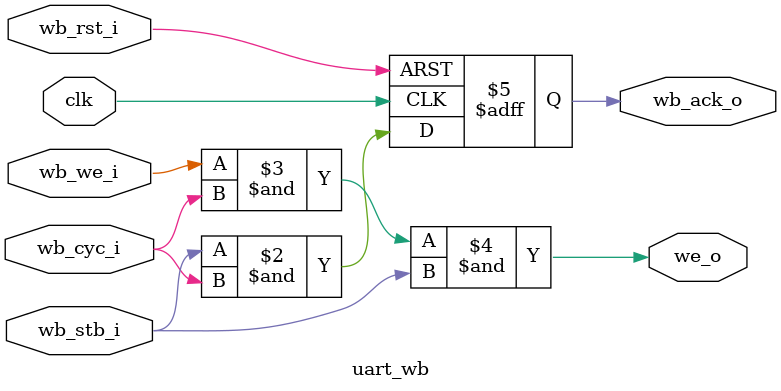
<source format=v>


// UART core WISHBONE interface 
//
// Author: Jacob Gorban   (jacob.gorban@flextronicssemi.com)
// Company: Flextronics Semiconductor
//

`include "timescale.v"

module uart_wb (clk,
        wb_rst_i, 
	wb_we_i, wb_stb_i, wb_cyc_i, wb_ack_o,
	we_o // Write enable output for the core
	
        );

input				clk;

// WISHBONE interface	
input				wb_rst_i;
input				wb_we_i;
input				wb_stb_i;
input				wb_cyc_i;
output				wb_ack_o;
output				we_o;

wire				we_o;
reg				wb_ack_o;

always @(posedge clk or posedge wb_rst_i)
begin
	if (wb_rst_i)
	begin
		wb_ack_o <= #1 1'b0;
	end
	else
	begin
		wb_ack_o <= #1 wb_stb_i & wb_cyc_i; // 1 clock wait state on all transfers
	end
end

assign we_o = wb_we_i & wb_cyc_i & wb_stb_i; //WE for registers	

endmodule

</source>
